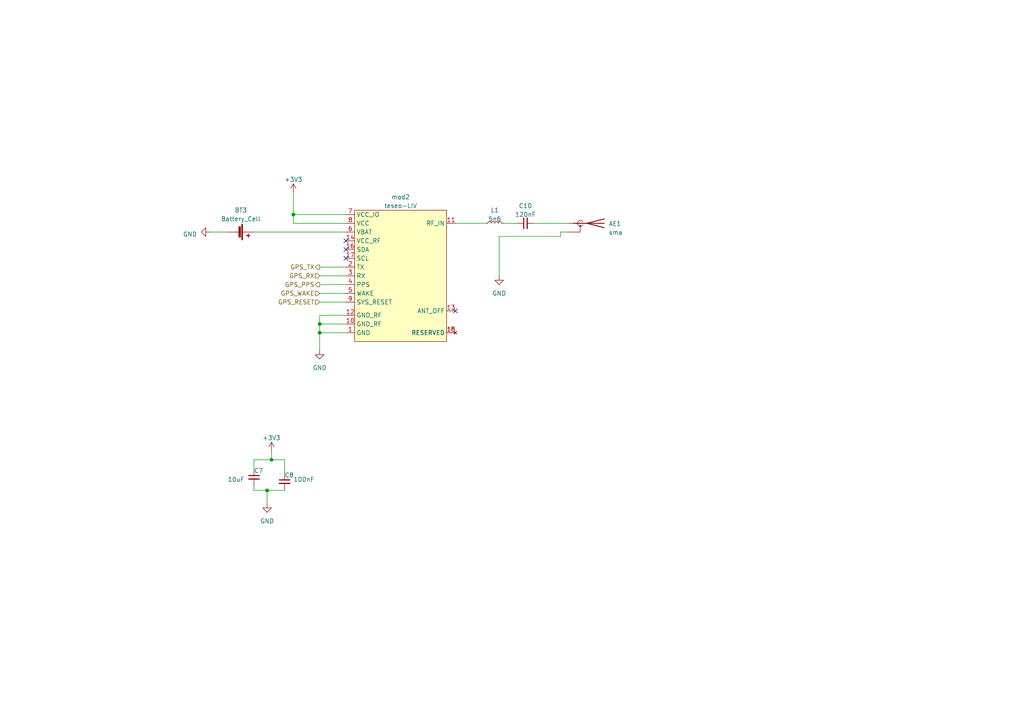
<source format=kicad_sch>
(kicad_sch (version 20210406) (generator eeschema)
  (paper "A4")
  (lib_symbols
    (symbol "Device:Antenna_Shield" (pin_numbers hide) (pin_names (offset 1.016) hide)
      (property "Reference" "AE" (at -1.905 4.445 0))
      (property "Value" "Antenna_Shield" (at -1.905 2.54 0))
      (symbol "Antenna_Shield_0_1"
        (arc (start 0 -2.667) (end -0.508 -1.143) (radius (at -0.0254 -1.8542) (length 0.8128) (angles -88.2 124.2)))
        (arc (start 0 -2.667) (end 0.508 -1.143) (radius (at 0.0254 -1.8542) (length 0.8128) (angles -91.8 55.8)))
        (circle (center 0.762 -1.905) (radius 0.1778) (fill (type outline)))
        (polyline (pts (xy 0 -2.54) (xy 0 0)))
        (polyline (pts (xy 0 5.08) (xy 0 -3.81)) (stroke (width 0.254)))
        (polyline (pts (xy 0.762 -1.905) (xy 2.54 -1.905)))
        (polyline (pts (xy 2.54 -2.54) (xy 2.54 -1.905)))
        (polyline (pts (xy 1.27 5.08) (xy 0 0) (xy -1.27 5.08)) (stroke (width 0.254)))
      )
      (symbol "Antenna_Shield_1_1"
        (pin input line (at 0 -5.08 90) (length 2.54) (name "A") (number "1"))
        (pin input line (at 2.54 -5.08 90) (length 2.54) (name "Shield") (number "2"))
      )
    )
    (symbol "Device:Battery_Cell" (pin_numbers hide) (pin_names (offset 0) hide)
      (property "Reference" "BT" (at 2.54 2.54 0))
      (property "Value" "Battery_Cell" (at 2.54 0 0))
      (symbol "Battery_Cell_0_1"
        (rectangle (start -2.286 1.778) (end 2.286 1.524) (fill (type outline)))
        (rectangle (start -1.5748 1.1938) (end 1.4732 0.6858) (fill (type outline)))
        (polyline (pts (xy 0 0.762) (xy 0 0)))
        (polyline (pts (xy 0 1.778) (xy 0 2.54)))
        (polyline (pts (xy 0.508 3.429) (xy 1.524 3.429)) (stroke (width 0.254)))
        (polyline (pts (xy 1.016 3.937) (xy 1.016 2.921)) (stroke (width 0.254)))
      )
      (symbol "Battery_Cell_1_1"
        (pin passive line (at 0 5.08 270) (length 2.54) (name "+") (number "1"))
        (pin passive line (at 0 -2.54 90) (length 2.54) (name "-") (number "2"))
      )
    )
    (symbol "Device:C_Small" (pin_numbers hide) (pin_names (offset 0.254) hide)
      (property "Reference" "C" (at 0.254 1.778 0))
      (property "Value" "C_Small" (at 0.254 -2.032 0))
      (symbol "C_Small_0_1"
        (polyline (pts (xy -1.524 -0.508) (xy 1.524 -0.508)) (stroke (width 0.3302)))
        (polyline (pts (xy -1.524 0.508) (xy 1.524 0.508)) (stroke (width 0.3048)))
      )
      (symbol "C_Small_1_1"
        (pin passive line (at 0 2.54 270) (length 2.032) (name "~") (number "1"))
        (pin passive line (at 0 -2.54 90) (length 2.032) (name "~") (number "2"))
      )
    )
    (symbol "Device:L_Small" (pin_numbers hide) (pin_names (offset 0.254) hide)
      (property "Reference" "L" (at 0.762 1.016 0))
      (property "Value" "L_Small" (at 0.762 -1.016 0))
      (symbol "L_Small_0_1"
        (arc (start 0 -2.032) (end 0 -1.016) (radius (at 0 -1.524) (length 0.508) (angles -89.9 89.9)))
        (arc (start 0 -1.016) (end 0 0) (radius (at 0 -0.508) (length 0.508) (angles -89.9 89.9)))
        (arc (start 0 0) (end 0 1.016) (radius (at 0 0.508) (length 0.508) (angles -89.9 89.9)))
        (arc (start 0 1.016) (end 0 2.032) (radius (at 0 1.524) (length 0.508) (angles -89.9 89.9)))
      )
      (symbol "L_Small_1_1"
        (pin passive line (at 0 2.54 270) (length 0.508) (name "~") (number "1"))
        (pin passive line (at 0 -2.54 90) (length 0.508) (name "~") (number "2"))
      )
    )
    (symbol "modulles:teseo-LIV"
      (property "Reference" "mod" (at 12.7 -16.51 0))
      (property "Value" "teseo-LIV" (at 12.7 -21.59 0))
      (symbol "teseo-LIV_0_1"
        (rectangle (start 0 1.27) (end 26.67 -36.83) (stroke (width 0.1524)) (fill (type background)))
      )
      (symbol "teseo-LIV_1_1"
        (pin power_out line (at -2.54 -34.29 0) (length 2.54) (name "GND") (number "1"))
        (pin power_out line (at -2.54 -31.75 0) (length 2.54) (name "GND_RF") (number "10"))
        (pin input line (at 29.21 -2.54 180) (length 2.54) (name "RF_IN") (number "11"))
        (pin power_out line (at -2.54 -29.21 0) (length 2.54) (name "GND_RF") (number "12"))
        (pin output line (at 29.21 -27.94 180) (length 2.54) (name "ANT_OFF") (number "13"))
        (pin power_in line (at -2.54 -7.62 0) (length 2.54) (name "VCC_RF") (number "14"))
        (pin no_connect line (at 29.21 -34.29 180) (length 2.54) (name "RESERVED") (number "15"))
        (pin bidirectional line (at -2.54 -10.16 0) (length 2.54) (name "SDA") (number "16"))
        (pin bidirectional line (at -2.54 -12.7 0) (length 2.54) (name "SCL") (number "17"))
        (pin no_connect line (at 29.21 -34.29 180) (length 2.54) (name "RESERVED") (number "18"))
        (pin output line (at -2.54 -15.24 0) (length 2.54) (name "TX") (number "2"))
        (pin input line (at -2.54 -17.78 0) (length 2.54) (name "RX") (number "3"))
        (pin output line (at -2.54 -20.32 0) (length 2.54) (name "PPS") (number "4"))
        (pin input line (at -2.54 -22.86 0) (length 2.54) (name "WAKE") (number "5"))
        (pin power_in line (at -2.54 -5.08 0) (length 2.54) (name "VBAT") (number "6"))
        (pin power_in line (at -2.54 0 0) (length 2.54) (name "VCC_IO") (number "7"))
        (pin power_in line (at -2.54 -2.54 0) (length 2.54) (name "VCC") (number "8"))
        (pin input line (at -2.54 -25.4 0) (length 2.54) (name "SYS_RESET") (number "9"))
      )
    )
    (symbol "power:+3V3" (power) (pin_names (offset 0))
      (property "Value" "+3V3" (at 0 3.556 0))
      (symbol "+3V3_0_1"
        (polyline (pts (xy -0.762 1.27) (xy 0 2.54)))
        (polyline (pts (xy 0 0) (xy 0 2.54)))
        (polyline (pts (xy 0 2.54) (xy 0.762 1.27)))
      )
      (symbol "+3V3_1_1"
        (pin power_in line (at 0 0 90) (length 0) hide (name "+3V3") (number "1"))
      )
    )
    (symbol "power:GND" (power) (pin_names (offset 0))
      (property "Value" "GND" (at 0 -3.81 0))
      (symbol "GND_0_1"
        (polyline (pts (xy 0 0) (xy 0 -1.27) (xy 1.27 -1.27) (xy 0 -2.54) (xy -1.27 -1.27) (xy 0 -1.27)))
      )
      (symbol "GND_1_1"
        (pin power_in line (at 0 0 270) (length 0) hide (name "GND") (number "1"))
      )
    )
  )
  (junction (at 77.47 142.24) (diameter 0.9144))
  (junction (at 78.74 133.35) (diameter 0.9144))
  (junction (at 85.09 62.23) (diameter 0.9144))
  (junction (at 92.71 93.98) (diameter 0.9144))
  (junction (at 92.71 96.52) (diameter 0.9144))
  (no_connect (at 100.33 69.85))
  (no_connect (at 100.33 72.39))
  (no_connect (at 100.33 74.93))
  (no_connect (at 132.08 90.17))
  (wire (pts (xy 60.96 67.31) (xy 66.04 67.31)))
  (wire (pts (xy 73.66 67.31) (xy 100.33 67.31)))
  (wire (pts (xy 73.66 133.35) (xy 73.66 135.89)))
  (wire (pts (xy 73.66 133.35) (xy 78.74 133.35)))
  (wire (pts (xy 73.66 140.97) (xy 73.66 142.24)))
  (wire (pts (xy 73.66 142.24) (xy 77.47 142.24)))
  (wire (pts (xy 77.47 142.24) (xy 82.55 142.24)))
  (wire (pts (xy 77.47 146.05) (xy 77.47 142.24)))
  (wire (pts (xy 78.74 130.81) (xy 78.74 133.35)))
  (wire (pts (xy 78.74 133.35) (xy 82.55 133.35)))
  (wire (pts (xy 82.55 133.35) (xy 82.55 137.16)))
  (wire (pts (xy 85.09 55.88) (xy 85.09 62.23)))
  (wire (pts (xy 85.09 62.23) (xy 85.09 64.77)))
  (wire (pts (xy 85.09 64.77) (xy 100.33 64.77)))
  (wire (pts (xy 92.71 77.47) (xy 100.33 77.47)))
  (wire (pts (xy 92.71 80.01) (xy 100.33 80.01)))
  (wire (pts (xy 92.71 82.55) (xy 100.33 82.55)))
  (wire (pts (xy 92.71 85.09) (xy 100.33 85.09)))
  (wire (pts (xy 92.71 87.63) (xy 100.33 87.63)))
  (wire (pts (xy 92.71 91.44) (xy 100.33 91.44)))
  (wire (pts (xy 92.71 93.98) (xy 92.71 91.44)))
  (wire (pts (xy 92.71 93.98) (xy 100.33 93.98)))
  (wire (pts (xy 92.71 96.52) (xy 92.71 93.98)))
  (wire (pts (xy 92.71 96.52) (xy 100.33 96.52)))
  (wire (pts (xy 92.71 101.6) (xy 92.71 96.52)))
  (wire (pts (xy 100.33 62.23) (xy 85.09 62.23)))
  (wire (pts (xy 132.08 64.77) (xy 140.97 64.77)))
  (wire (pts (xy 144.78 68.58) (xy 144.78 80.01)))
  (wire (pts (xy 146.05 64.77) (xy 149.86 64.77)))
  (wire (pts (xy 154.94 64.77) (xy 165.1 64.77)))
  (wire (pts (xy 162.56 67.31) (xy 162.56 68.58)))
  (wire (pts (xy 162.56 68.58) (xy 144.78 68.58)))
  (wire (pts (xy 165.1 67.31) (xy 162.56 67.31)))
  (hierarchical_label "GPS_TX" (shape output) (at 92.71 77.47 180))
  (hierarchical_label "GPS_RX" (shape input) (at 92.71 80.01 180))
  (hierarchical_label "GPS_PPS" (shape output) (at 92.71 82.55 180))
  (hierarchical_label "GPS_WAKE" (shape input) (at 92.71 85.09 180))
  (hierarchical_label "GPS_RESET" (shape input) (at 92.71 87.63 180))
  (symbol (lib_id "power:+3V3") (at 78.74 130.81 0) (unit 1)
    (property "Reference" "#PWR0123" (effects hide))
    (property "Value" "+3V3" (at 78.74 127 0))
  )
  (symbol (lib_id "power:+3V3") (at 85.09 55.88 0) (unit 1)
    (property "Reference" "#PWR0125" (effects hide))
    (property "Value" "+3V3" (at 85.09 52.07 0))
  )
  (symbol (lib_id "Device:L_Small") (at 143.51 64.77 90) (unit 1)
    (property "Reference" "L1" (at 143.51 60.96 90))
    (property "Value" "5n6" (at 143.51 63.5 90))
    (property "Footprint" "vanalles:0603" (effects hide))
  )
  (symbol (lib_id "power:GND") (at 60.96 67.31 270) (unit 1)
    (property "Reference" "#PWR0124" (effects hide))
    (property "Value" "GND" (at 57.15 67.9449 90) (effects (justify right)))
  )
  (symbol (lib_id "power:GND") (at 77.47 146.05 0) (unit 1)
    (property "Reference" "#PWR0122" (effects hide))
    (property "Value" "GND" (at 77.47 151.13 0))
  )
  (symbol (lib_id "power:GND") (at 92.71 101.6 0) (unit 1)
    (property "Reference" "#PWR0127" (effects hide))
    (property "Value" "GND" (at 92.71 106.68 0))
  )
  (symbol (lib_id "power:GND") (at 144.78 80.01 0) (unit 1)
    (property "Reference" "#PWR0131" (effects hide))
    (property "Value" "GND" (at 144.78 85.09 0))
  )
  (symbol (lib_id "Device:C_Small") (at 73.66 138.43 0) (unit 1)
    (property "Reference" "C7" (at 73.66 136.5249 0) (effects (justify left)))
    (property "Value" "10uF" (at 66.04 139.0649 0) (effects (justify left)))
    (property "Footprint" "vanalles:0603" (effects hide))
  )
  (symbol (lib_id "Device:C_Small") (at 82.55 139.7 0) (unit 1)
    (property "Reference" "C8" (at 82.55 137.7949 0) (effects (justify left)))
    (property "Value" "100nF" (at 85.09 139.0649 0) (effects (justify left)))
    (property "Footprint" "vanalles:0603" (effects hide))
  )
  (symbol (lib_id "Device:C_Small") (at 152.4 64.77 90) (unit 1)
    (property "Reference" "C10" (at 152.4 59.69 90))
    (property "Value" "120nF" (at 152.4 62.23 90))
    (property "Footprint" "vanalles:0603" (effects hide))
  )
  (symbol (lib_id "Device:Battery_Cell") (at 68.58 67.31 270) (unit 1)
    (property "Reference" "BT3" (at 69.85 60.96 90))
    (property "Value" "Battery_Cell" (at 69.85 63.5 90))
    (property "Footprint" "vanalles:3012TR" (effects hide))
  )
  (symbol (lib_id "Device:Antenna_Shield") (at 170.18 64.77 270) (unit 1)
    (property "Reference" "AE1" (at 176.53 64.8969 90) (effects (justify left)))
    (property "Value" "sma" (at 176.53 67.4369 90) (effects (justify left)))
    (property "Footprint" "connectors_user:sma_right angeld" (effects hide))
  )
  (symbol (lib_id "modulles:teseo-LIV") (at 102.87 62.23 0) (unit 1)
    (property "Reference" "mod2" (at 116.205 57.15 0))
    (property "Value" "teseo-LIV" (at 116.205 59.69 0))
    (property "Footprint" "Module:SON_STM_TESEO-LIV3R" (effects hide))
  )
)
</source>
